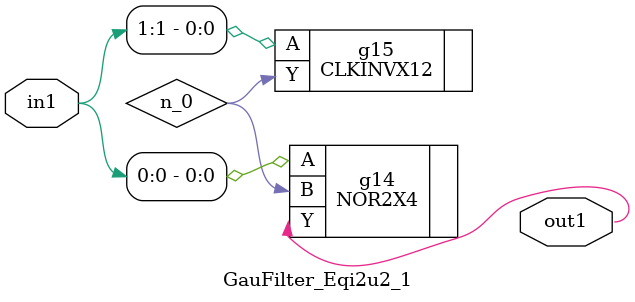
<source format=v>
`timescale 1ps / 1ps


module GauFilter_Eqi2u2_1(in1, out1);
  input [1:0] in1;
  output out1;
  wire [1:0] in1;
  wire out1;
  wire n_0;
  NOR2X4 g14(.A (in1[0]), .B (n_0), .Y (out1));
  CLKINVX12 g15(.A (in1[1]), .Y (n_0));
endmodule



</source>
